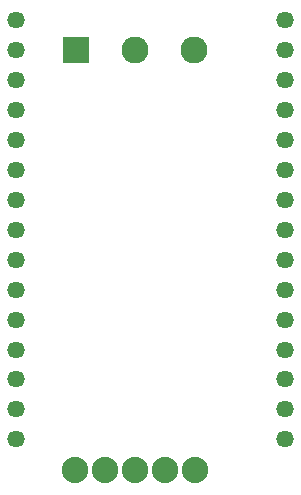
<source format=gbs>
G04 MADE WITH FRITZING*
G04 WWW.FRITZING.ORG*
G04 SINGLE SIDED*
G04 HOLES NOT PLATED*
G04 CONTOUR ON CENTER OF CONTOUR VECTOR*
%ASAXBY*%
%FSLAX23Y23*%
%MOIN*%
%OFA0B0*%
%SFA1.0B1.0*%
%ADD10C,0.057829*%
%ADD11C,0.090000*%
%ADD12C,0.088000*%
%ADD13R,0.090000X0.090000*%
%LNMASK0*%
G90*
G70*
G54D10*
X962Y1506D03*
X65Y1706D03*
X65Y1606D03*
X65Y1506D03*
X65Y1406D03*
X65Y1306D03*
X962Y1606D03*
X962Y1706D03*
X962Y1406D03*
X65Y1206D03*
X65Y1107D03*
X65Y1007D03*
X65Y907D03*
X65Y807D03*
X65Y707D03*
X65Y607D03*
X65Y508D03*
X65Y408D03*
X65Y308D03*
X962Y1007D03*
X962Y907D03*
X962Y807D03*
X962Y707D03*
X962Y607D03*
X962Y508D03*
X962Y408D03*
X962Y308D03*
X962Y1306D03*
X962Y1206D03*
X962Y1107D03*
G54D11*
X265Y1606D03*
X462Y1606D03*
X659Y1606D03*
G54D12*
X262Y206D03*
X362Y206D03*
X462Y206D03*
X562Y206D03*
X662Y206D03*
G54D13*
X265Y1606D03*
G04 End of Mask0*
M02*
</source>
